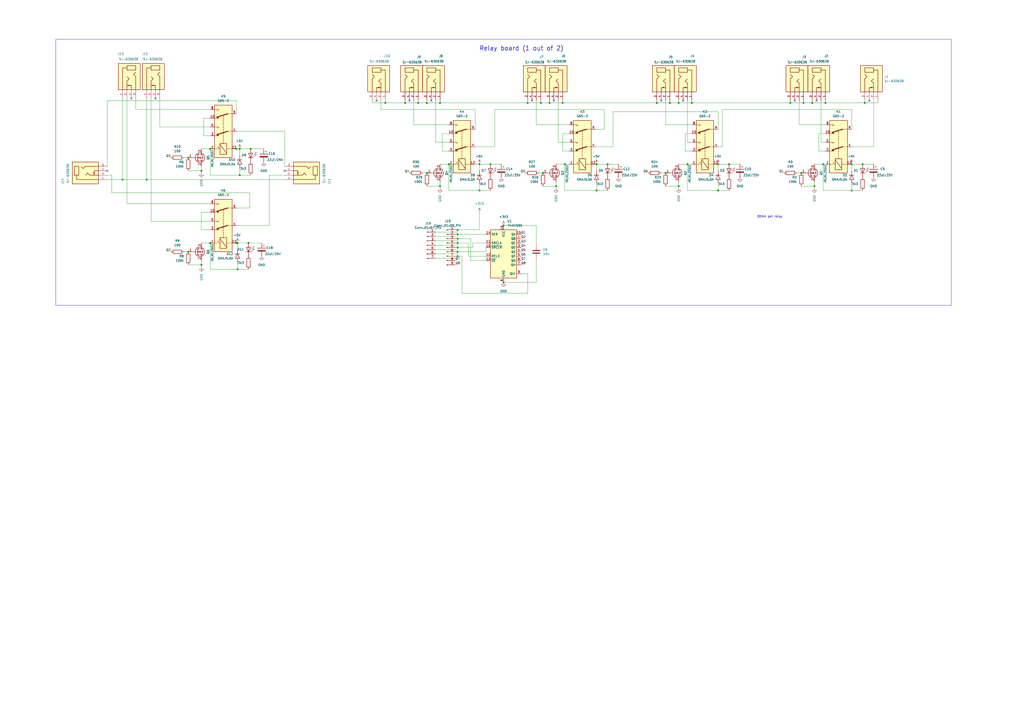
<source format=kicad_sch>
(kicad_sch (version 20250114) (generator "eeschema") (generator_version "9.0")
  (paper "A2")
  (lib_symbols
    (symbol "74xx:74HC595"
      (property "Reference" "U" (at -7.62 13.97 0))
      (property "Value" "74HC595" (at -7.62 -16.51 0))
      (symbol "74HC595_1_0"
        (pin input line (at -10.16 10.16 0) (length 2.54) (name "SER") (number "14"))
        (pin input line (at -10.16 5.08 0) (length 2.54) (name "SRCLK") (number "11"))
        (pin input line (at -10.16 2.54 0) (length 2.54) (name "~{SRCLR}") (number "10"))
        (pin input line (at -10.16 -2.54 0) (length 2.54) (name "RCLK") (number "12"))
        (pin input line (at -10.16 -5.08 0) (length 2.54) (name "~{OE}") (number "13"))
        (pin power_in line (at 0 15.24 270) (length 2.54) (name "VCC") (number "16"))
        (pin power_in line (at 0 -17.78 90) (length 2.54) (name "GND") (number "8"))
        (pin tri_state line (at 10.16 10.16 180) (length 2.54) (name "QA") (number "15"))
        (pin tri_state line (at 10.16 7.62 180) (length 2.54) (name "QB") (number "1"))
        (pin tri_state line (at 10.16 5.08 180) (length 2.54) (name "QC") (number "2"))
        (pin tri_state line (at 10.16 2.54 180) (length 2.54) (name "QD") (number "3"))
        (pin tri_state line (at 10.16 0 180) (length 2.54) (name "QE") (number "4"))
        (pin tri_state line (at 10.16 -2.54 180) (length 2.54) (name "QF") (number "5"))
        (pin tri_state line (at 10.16 -5.08 180) (length 2.54) (name "QG") (number "6"))
        (pin tri_state line (at 10.16 -7.62 180) (length 2.54) (name "QH") (number "7"))
        (pin output line (at 10.16 -12.7 180) (length 2.54) (name "QH'") (number "9"))
      )
    )
    (symbol "Connector:Conn_01x07_Pin" (pin_names (offset 1.016) (hide yes))
      (property "Reference" "J" (at 0 10.16 0))
      (property "Value" "Conn_01x07_Pin" (at 0 -10.16 0))
      (symbol "Conn_01x07_Pin_1_1"
        (pin passive line (at 5.08 7.62 180) (length 3.81) (name "Pin_1") (number "1"))
        (pin passive line (at 5.08 5.08 180) (length 3.81) (name "Pin_2") (number "2"))
        (pin passive line (at 5.08 2.54 180) (length 3.81) (name "Pin_3") (number "3"))
        (pin passive line (at 5.08 0 180) (length 3.81) (name "Pin_4") (number "4"))
        (pin passive line (at 5.08 -2.54 180) (length 3.81) (name "Pin_5") (number "5"))
        (pin passive line (at 5.08 -5.08 180) (length 3.81) (name "Pin_6") (number "6"))
        (pin passive line (at 5.08 -7.62 180) (length 3.81) (name "Pin_7") (number "7"))
      )
    )
    (symbol "Connector:Conn_01x09_Pin" (pin_names (offset 1.016) (hide yes))
      (property "Reference" "J" (at 0 12.7 0))
      (property "Value" "Conn_01x09_Pin" (at 0 -12.7 0))
      (symbol "Conn_01x09_Pin_1_1"
        (pin passive line (at 5.08 10.16 180) (length 3.81) (name "Pin_1") (number "1"))
        (pin passive line (at 5.08 7.62 180) (length 3.81) (name "Pin_2") (number "2"))
        (pin passive line (at 5.08 5.08 180) (length 3.81) (name "Pin_3") (number "3"))
        (pin passive line (at 5.08 2.54 180) (length 3.81) (name "Pin_4") (number "4"))
        (pin passive line (at 5.08 0 180) (length 3.81) (name "Pin_5") (number "5"))
        (pin passive line (at 5.08 -2.54 180) (length 3.81) (name "Pin_6") (number "6"))
        (pin passive line (at 5.08 -5.08 180) (length 3.81) (name "Pin_7") (number "7"))
        (pin passive line (at 5.08 -7.62 180) (length 3.81) (name "Pin_8") (number "8"))
        (pin passive line (at 5.08 -10.16 180) (length 3.81) (name "Pin_9") (number "9"))
      )
    )
    (symbol "Device:C" (pin_numbers (hide yes)) (pin_names (offset 0.254))
      (property "Reference" "C" (at 0.635 2.54 0))
      (property "Value" "C" (at 0.635 -2.54 0))
      (symbol "C_1_1"
        (pin passive line (at 0 3.81 270) (length 2.794) (name "~") (number "1"))
        (pin passive line (at 0 -3.81 90) (length 2.794) (name "~") (number "2"))
      )
    )
    (symbol "Device:C_Polarized" (pin_numbers (hide yes)) (pin_names (offset 0.254))
      (property "Reference" "C" (at 0.635 2.54 0))
      (property "Value" "C_Polarized" (at 0.635 -2.54 0))
      (symbol "C_Polarized_1_1"
        (pin passive line (at 0 3.81 270) (length 2.794) (name "~") (number "1"))
        (pin passive line (at 0 -3.81 90) (length 2.794) (name "~") (number "2"))
      )
    )
    (symbol "Device:R" (pin_numbers (hide yes)) (pin_names (offset 0))
      (property "Reference" "R" (at 2.032 0 90))
      (property "Value" "R" (at 0 0 90))
      (symbol "R_1_1"
        (pin passive line (at 0 3.81 270) (length 1.27) (name "~") (number "1"))
        (pin passive line (at 0 -3.81 90) (length 1.27) (name "~") (number "2"))
      )
    )
    (symbol "Diode:SMAJ5.0A" (pin_numbers (hide yes)) (pin_names (offset 1.016) (hide yes))
      (property "Reference" "D" (at 0 2.54 0))
      (property "Value" "SMAJ5.0A" (at 0 -2.54 0))
      (symbol "SMAJ5.0A_1_1"
        (pin passive line (at -3.81 0 0) (length 2.54) (name "A1") (number "1"))
        (pin passive line (at 3.81 0 180) (length 2.54) (name "A2") (number "2"))
      )
    )
    (symbol "LED:IR204A" (pin_numbers (hide yes)) (pin_names (offset 1.016) (hide yes))
      (property "Reference" "D" (at 0.508 1.778 0))
      (property "Value" "IR204A" (at -1.016 -2.794 0))
      (symbol "IR204A_1_1"
        (pin passive line (at -5.08 0 0) (length 2.54) (name "K") (number "1"))
        (pin passive line (at 2.54 0 180) (length 2.54) (name "A") (number "2"))
      )
    )
    (symbol "Relay:G6S-2"
      (property "Reference" "K" (at 16.51 3.81 0))
      (property "Value" "G6S-2" (at 16.51 1.27 0))
      (symbol "G6S-2_0_0"
        (text "+" (at -9.271 2.921 0) (effects (font (size 1.27 1.27))))
      )
      (symbol "G6S-2_1_1"
        (pin passive line (at -10.16 7.62 270) (length 2.54) (name "~") (number "1"))
        (pin passive line (at -10.16 -7.62 90) (length 2.54) (name "~") (number "12"))
        (pin passive line (at -2.54 7.62 270) (length 2.54) (name "~") (number "3"))
        (pin passive line (at 0 -7.62 90) (length 2.54) (name "~") (number "4"))
        (pin passive line (at 2.54 7.62 270) (length 2.54) (name "~") (number "5"))
        (pin passive line (at 7.62 7.62 270) (length 2.54) (name "~") (number "10"))
        (pin passive line (at 10.16 -7.62 90) (length 2.54) (name "~") (number "9"))
        (pin passive line (at 12.7 7.62 270) (length 2.54) (name "~") (number "8"))
      )
    )
    (symbol "SJ-63063B:SJ-63063B" (pin_names (offset 1.016))
      (property "Reference" "J" (at -7.62 5.842 0))
      (property "Value" "SJ-63063B" (at -7.62 -8.382 0))
      (symbol "SJ-63063B_0_0"
        (pin passive line (at 12.7 2.54 180) (length 5.08) (name "~") (number "1"))
        (pin passive line (at 12.7 0 180) (length 5.08) (name "~") (number "2"))
        (pin passive line (at 12.7 -2.54 180) (length 5.08) (name "~") (number "4"))
        (pin passive line (at 12.7 -5.08 180) (length 5.08) (name "~") (number "3"))
      )
    )
    (symbol "Transistor_FET:IRLML2060" (pin_names (offset 0) (hide yes))
      (property "Reference" "Q" (at 5.08 1.905 0))
      (property "Value" "IRLML2060" (at 5.08 0 0))
      (symbol "IRLML2060_1_1"
        (pin input line (at -5.08 0 0) (length 2.54) (name "G") (number "1"))
        (pin passive line (at 2.54 5.08 270) (length 2.54) (name "D") (number "3"))
        (pin passive line (at 2.54 -5.08 90) (length 2.54) (name "S") (number "2"))
      )
    )
    (symbol "power:+3V3" (power) (pin_numbers (hide yes)) (pin_names (offset 0) (hide yes))
      (property "Value" "+3V3" (at 0 3.556 0))
      (symbol "+3V3_1_1"
        (pin power_in line (at 0 0 90) (length 0) (name "~") (number "1"))
      )
    )
    (symbol "power:+5V" (power) (pin_numbers (hide yes)) (pin_names (offset 0) (hide yes))
      (property "Value" "+5V" (at 0 3.556 0))
      (symbol "+5V_1_1"
        (pin power_in line (at 0 0 90) (length 0) (name "~") (number "1"))
      )
    )
    (symbol "power:GND" (power) (pin_numbers (hide yes)) (pin_names (offset 0) (hide yes))
      (property "Value" "GND" (at 0 -3.81 0))
      (symbol "GND_1_1"
        (pin power_in line (at 0 0 270) (length 0) (name "~") (number "1"))
      )
    )
  )
  (rectangle (start 32.385 22.86) (end 551.815 177.165))
  (text "Relay board (1 out of 2)" (at 302.514 28.194 0) (effects (font (size 2.54 2.54) (thickness 0.254) (bold yes))))
  (text "30mA per relay\n" (at 446.532 125.73 0) (effects (font (size 1.27 1.27))))
  (junction (at 265.43 148.59))
  (junction (at 393.7 59.69))
  (junction (at 284.48 95.25))
  (junction (at 314.96 100.33))
  (junction (at 265.43 138.43))
  (junction (at 278.13 95.25))
  (junction (at 416.56 110.49))
  (junction (at 223.52 59.69))
  (junction (at 116.84 99.06))
  (junction (at 234.95 59.69))
  (junction (at 398.78 95.25))
  (junction (at 352.425 95.25))
  (junction (at 500.38 95.25))
  (junction (at 265.43 135.89))
  (junction (at 278.13 110.49))
  (junction (at 306.07 59.69))
  (junction (at 292.1 130.81))
  (junction (at 144.145 140.97))
  (junction (at 145.415 86.36))
  (junction (at 318.77 59.69))
  (junction (at 121.92 140.97))
  (junction (at 346.075 110.49))
  (junction (at 464.82 100.33))
  (junction (at 494.03 110.49))
  (junction (at 242.57 59.69))
  (junction (at 139.065 101.6))
  (junction (at 393.7 107.95))
  (junction (at 327.66 95.25))
  (junction (at 386.08 100.33))
  (junction (at 137.795 140.97))
  (junction (at 477.52 95.25))
  (junction (at 265.43 140.97))
  (junction (at 322.58 107.95))
  (junction (at 458.47 59.69))
  (junction (at 255.27 107.95))
  (junction (at 255.27 59.69))
  (junction (at 416.56 95.25))
  (junction (at 116.84 153.67))
  (junction (at 501.65 59.69))
  (junction (at 388.62 59.69))
  (junction (at 247.65 100.33))
  (junction (at 326.39 59.69))
  (junction (at 466.09 59.69))
  (junction (at 109.22 146.05))
  (junction (at 478.79 59.69))
  (junction (at 265.43 133.35))
  (junction (at 472.44 107.95))
  (junction (at 471.17 59.69))
  (junction (at 265.43 146.05))
  (junction (at 265.43 143.51))
  (junction (at 292.1 163.83))
  (junction (at 422.91 95.25))
  (junction (at 85.09 104.14))
  (junction (at 109.22 91.44))
  (junction (at 137.16 140.97))
  (junction (at 137.16 86.36))
  (junction (at 247.65 59.69))
  (junction (at 137.795 156.21))
  (junction (at 381 59.69))
  (junction (at 401.32 59.69))
  (junction (at 139.065 86.36))
  (junction (at 121.92 86.36))
  (junction (at 346.075 95.25))
  (junction (at 71.12 104.14))
  (junction (at 260.35 95.25))
  (junction (at 494.03 95.25))
  (junction (at 313.69 59.69))
  (no_connect (at 321.31 58.42))
  (no_connect (at 250.19 58.42))
  (no_connect (at 218.44 58.42))
  (no_connect (at 504.19 58.42))
  (no_connect (at 62.23 99.06))
  (no_connect (at 76.2 57.15))
  (no_connect (at 90.17 57.15))
  (no_connect (at 473.71 58.42))
  (no_connect (at 237.49 58.42))
  (no_connect (at 383.54 58.42))
  (no_connect (at 308.61 58.42))
  (no_connect (at 165.1 99.06))
  (no_connect (at 396.24 58.42))
  (no_connect (at 461.01 58.42))
  (wire (pts (xy 265.43 137.16) (xy 265.43 135.89)))
  (wire (pts (xy 242.57 59.69) (xy 247.65 59.69)))
  (wire (pts (xy 311.15 142.24) (xy 311.15 130.81)))
  (wire (pts (xy 506.73 85.09) (xy 494.03 85.09)))
  (wire (pts (xy 156.21 101.6) (xy 156.21 130.81)))
  (wire (pts (xy 386.08 72.39) (xy 401.32 72.39)))
  (wire (pts (xy 252.73 139.7) (xy 265.43 139.7)))
  (wire (pts (xy 265.43 149.86) (xy 265.43 148.59)))
  (wire (pts (xy 466.09 59.69) (xy 471.17 59.69)))
  (wire (pts (xy 137.16 58.42) (xy 137.16 66.04)))
  (wire (pts (xy 121.92 118.11) (xy 73.66 118.11)))
  (wire (pts (xy 393.7 109.22) (xy 393.7 107.95)))
  (wire (pts (xy 311.15 130.81) (xy 292.1 130.81)))
  (wire (pts (xy 346.075 95.25) (xy 346.075 99.06)))
  (wire (pts (xy 311.15 149.86) (xy 311.15 163.83)))
  (wire (pts (xy 478.79 82.55) (xy 476.25 82.55)))
  (wire (pts (xy 151.765 140.97) (xy 144.145 140.97)))
  (wire (pts (xy 326.39 58.42) (xy 326.39 59.69)))
  (wire (pts (xy 144.145 140.97) (xy 137.795 140.97)))
  (wire (pts (xy 247.65 58.42) (xy 247.65 59.69)))
  (wire (pts (xy 78.74 63.5) (xy 121.92 63.5)))
  (wire (pts (xy 322.58 109.22) (xy 322.58 107.95)))
  (wire (pts (xy 471.17 59.69) (xy 478.79 59.69)))
  (wire (pts (xy 116.84 86.36) (xy 121.92 86.36)))
  (wire (pts (xy 326.39 59.69) (xy 381 59.69)))
  (wire (pts (xy 116.84 133.35) (xy 121.92 133.35)))
  (wire (pts (xy 116.84 153.67) (xy 116.84 151.13)))
  (wire (pts (xy 255.27 109.22) (xy 255.27 107.95)))
  (wire (pts (xy 313.69 59.69) (xy 318.77 59.69)))
  (wire (pts (xy 471.17 58.42) (xy 471.17 59.69)))
  (wire (pts (xy 350.52 74.93) (xy 345.44 74.93)))
  (wire (pts (xy 383.54 100.33) (xy 386.08 100.33)))
  (wire (pts (xy 326.39 87.63) (xy 330.2 87.63)))
  (wire (pts (xy 393.7 58.42) (xy 393.7 59.69)))
  (wire (pts (xy 311.15 163.83) (xy 292.1 163.83)))
  (wire (pts (xy 252.73 137.16) (xy 265.43 137.16)))
  (wire (pts (xy 153.035 86.36) (xy 145.415 86.36)))
  (wire (pts (xy 137.16 76.2) (xy 165.1 76.2)))
  (wire (pts (xy 121.92 156.21) (xy 121.92 140.97)))
  (wire (pts (xy 398.78 58.42) (xy 398.78 82.55)))
  (wire (pts (xy 345.44 85.09) (xy 355.6 85.09)))
  (wire (pts (xy 397.51 77.47) (xy 401.32 77.47)))
  (wire (pts (xy 265.43 139.7) (xy 265.43 138.43)))
  (wire (pts (xy 287.02 85.09) (xy 275.59 85.09)))
  (wire (pts (xy 136.525 140.97) (xy 137.16 140.97)))
  (wire (pts (xy 290.83 95.25) (xy 284.48 95.25)))
  (wire (pts (xy 326.39 77.47) (xy 326.39 87.63)))
  (wire (pts (xy 478.79 95.25) (xy 477.52 95.25)))
  (wire (pts (xy 506.73 58.42) (xy 506.73 85.09)))
  (wire (pts (xy 494.03 106.68) (xy 494.03 110.49)))
  (wire (pts (xy 252.73 134.62) (xy 265.43 134.62)))
  (wire (pts (xy 116.84 99.06) (xy 116.84 96.52)))
  (wire (pts (xy 137.795 152.4) (xy 137.795 156.21)))
  (wire (pts (xy 506.73 95.25) (xy 500.38 95.25)))
  (wire (pts (xy 87.63 128.27) (xy 121.92 128.27)))
  (wire (pts (xy 462.28 100.33) (xy 464.82 100.33)))
  (wire (pts (xy 401.32 82.55) (xy 398.78 82.55)))
  (wire (pts (xy 267.97 148.59) (xy 265.43 148.59)))
  (wire (pts (xy 116.84 154.94) (xy 116.84 153.67)))
  (wire (pts (xy 494.03 95.25) (xy 494.03 99.06)))
  (wire (pts (xy 256.54 77.47) (xy 256.54 87.63)))
  (wire (pts (xy 474.98 87.63) (xy 478.79 87.63)))
  (wire (pts (xy 136.525 86.36) (xy 137.16 86.36)))
  (wire (pts (xy 350.52 63.5) (xy 350.52 74.93)))
  (wire (pts (xy 346.075 95.25) (xy 352.425 95.25)))
  (wire (pts (xy 137.795 156.21) (xy 144.145 156.21)))
  (wire (pts (xy 106.68 91.44) (xy 109.22 91.44)))
  (wire (pts (xy 313.69 58.42) (xy 313.69 59.69)))
  (wire (pts (xy 306.07 59.69) (xy 313.69 59.69)))
  (wire (pts (xy 274.32 143.51) (xy 265.43 143.51)))
  (wire (pts (xy 306.07 158.75) (xy 306.07 170.18)))
  (wire (pts (xy 265.43 146.05) (xy 264.16 146.05)))
  (wire (pts (xy 64.77 111.76) (xy 144.78 111.76)))
  (wire (pts (xy 388.62 59.69) (xy 393.7 59.69)))
  (wire (pts (xy 330.2 95.25) (xy 327.66 95.25)))
  (wire (pts (xy 271.78 140.97) (xy 265.43 140.97)))
  (wire (pts (xy 267.97 170.18) (xy 267.97 148.59)))
  (wire (pts (xy 265.43 135.89) (xy 281.94 135.89)))
  (wire (pts (xy 118.11 68.58) (xy 118.11 78.74)))
  (wire (pts (xy 275.59 63.5) (xy 275.59 74.93)))
  (wire (pts (xy 416.56 64.77) (xy 416.56 74.93)))
  (wire (pts (xy 139.065 97.79) (xy 139.065 101.6)))
  (wire (pts (xy 144.78 120.65) (xy 144.78 111.76)))
  (wire (pts (xy 318.77 58.42) (xy 318.77 59.69)))
  (wire (pts (xy 260.35 110.49) (xy 260.35 95.25)))
  (wire (pts (xy 501.65 59.69) (xy 509.27 59.69)))
  (wire (pts (xy 116.84 100.33) (xy 116.84 99.06)))
  (wire (pts (xy 265.43 142.24) (xy 265.43 140.97)))
  (wire (pts (xy 64.77 111.76) (xy 64.77 101.6)))
  (wire (pts (xy 247.65 59.69) (xy 255.27 59.69)))
  (wire (pts (xy 397.51 87.63) (xy 401.32 87.63)))
  (wire (pts (xy 137.16 86.36) (xy 139.065 86.36)))
  (wire (pts (xy 419.1 85.09) (xy 416.56 85.09)))
  (wire (pts (xy 220.98 63.5) (xy 275.59 63.5)))
  (wire (pts (xy 252.73 149.86) (xy 265.43 149.86)))
  (wire (pts (xy 477.52 110.49) (xy 477.52 95.25)))
  (wire (pts (xy 116.84 99.06) (xy 109.22 99.06)))
  (wire (pts (xy 137.795 140.97) (xy 137.795 144.78)))
  (wire (pts (xy 255.27 107.95) (xy 255.27 105.41)))
  (wire (pts (xy 416.56 64.77) (xy 355.6 64.77)))
  (wire (pts (xy 85.09 57.15) (xy 85.09 104.14)))
  (wire (pts (xy 137.16 130.81) (xy 156.21 130.81)))
  (wire (pts (xy 416.56 95.25) (xy 416.56 99.06)))
  (wire (pts (xy 322.58 107.95) (xy 322.58 105.41)))
  (wire (pts (xy 255.27 58.42) (xy 255.27 59.69)))
  (wire (pts (xy 345.44 95.25) (xy 346.075 95.25)))
  (wire (pts (xy 346.075 110.49) (xy 352.425 110.49)))
  (wire (pts (xy 265.43 144.78) (xy 265.43 143.51)))
  (wire (pts (xy 85.09 104.14) (xy 165.1 104.14)))
  (wire (pts (xy 458.47 58.42) (xy 458.47 59.69)))
  (wire (pts (xy 139.065 86.36) (xy 139.065 90.17)))
  (wire (pts (xy 278.13 95.25) (xy 278.13 99.06)))
  (wire (pts (xy 281.94 140.97) (xy 274.32 140.97)))
  (wire (pts (xy 121.92 101.6) (xy 139.065 101.6)))
  (wire (pts (xy 312.42 100.33) (xy 314.96 100.33)))
  (wire (pts (xy 322.58 95.25) (xy 327.66 95.25)))
  (wire (pts (xy 273.05 151.13) (xy 273.05 138.43)))
  (wire (pts (xy 274.32 140.97) (xy 274.32 143.51)))
  (wire (pts (xy 478.79 58.42) (xy 478.79 59.69)))
  (wire (pts (xy 323.85 58.42) (xy 323.85 82.55)))
  (wire (pts (xy 62.23 58.42) (xy 137.16 58.42)))
  (wire (pts (xy 223.52 58.42) (xy 223.52 59.69)))
  (wire (pts (xy 422.91 95.25) (xy 416.56 95.25)))
  (wire (pts (xy 240.03 72.39) (xy 240.03 58.42)))
  (wire (pts (xy 284.48 95.25) (xy 278.13 95.25)))
  (wire (pts (xy 311.15 72.39) (xy 311.15 58.42)))
  (wire (pts (xy 118.11 68.58) (xy 121.92 68.58)))
  (wire (pts (xy 71.12 57.15) (xy 71.12 104.14)))
  (wire (pts (xy 393.7 107.95) (xy 386.08 107.95)))
  (wire (pts (xy 92.71 73.66) (xy 121.92 73.66)))
  (wire (pts (xy 260.35 72.39) (xy 240.03 72.39)))
  (wire (pts (xy 476.25 58.42) (xy 476.25 82.55)))
  (wire (pts (xy 494.03 63.5) (xy 419.1 63.5)))
  (wire (pts (xy 265.43 140.97) (xy 264.16 140.97)))
  (wire (pts (xy 265.43 133.35) (xy 278.13 133.35)))
  (wire (pts (xy 472.44 107.95) (xy 464.82 107.95)))
  (wire (pts (xy 116.84 123.19) (xy 121.92 123.19)))
  (wire (pts (xy 397.51 77.47) (xy 397.51 87.63)))
  (wire (pts (xy 281.94 143.51) (xy 281.94 146.05)))
  (wire (pts (xy 256.54 87.63) (xy 260.35 87.63)))
  (wire (pts (xy 478.79 72.39) (xy 463.55 72.39)))
  (wire (pts (xy 106.68 146.05) (xy 109.22 146.05)))
  (wire (pts (xy 401.32 59.69) (xy 458.47 59.69)))
  (wire (pts (xy 358.775 95.25) (xy 352.425 95.25)))
  (wire (pts (xy 500.38 110.49) (xy 494.03 110.49)))
  (wire (pts (xy 381 58.42) (xy 381 59.69)))
  (wire (pts (xy 401.32 58.42) (xy 401.32 59.69)))
  (wire (pts (xy 474.98 77.47) (xy 474.98 87.63)))
  (wire (pts (xy 281.94 151.13) (xy 273.05 151.13)))
  (wire (pts (xy 355.6 85.09) (xy 355.6 64.77)))
  (wire (pts (xy 494.03 110.49) (xy 477.52 110.49)))
  (wire (pts (xy 215.9 59.69) (xy 223.52 59.69)))
  (wire (pts (xy 501.65 58.42) (xy 501.65 59.69)))
  (wire (pts (xy 281.94 146.05) (xy 265.43 146.05)))
  (wire (pts (xy 330.2 72.39) (xy 311.15 72.39)))
  (wire (pts (xy 252.73 58.42) (xy 252.73 82.55)))
  (wire (pts (xy 234.95 59.69) (xy 242.57 59.69)))
  (wire (pts (xy 145.415 86.36) (xy 139.065 86.36)))
  (wire (pts (xy 245.11 100.33) (xy 247.65 100.33)))
  (wire (pts (xy 264.16 133.35) (xy 265.43 133.35)))
  (wire (pts (xy 137.16 140.97) (xy 137.795 140.97)))
  (wire (pts (xy 287.02 63.5) (xy 287.02 85.09)))
  (wire (pts (xy 416.56 110.49) (xy 398.78 110.49)))
  (wire (pts (xy 302.26 158.75) (xy 306.07 158.75)))
  (wire (pts (xy 265.43 143.51) (xy 264.16 143.51)))
  (wire (pts (xy 220.98 58.42) (xy 220.98 63.5)))
  (wire (pts (xy 306.07 58.42) (xy 306.07 59.69)))
  (wire (pts (xy 116.84 123.19) (xy 116.84 133.35)))
  (wire (pts (xy 472.44 107.95) (xy 472.44 105.41)))
  (wire (pts (xy 458.47 59.69) (xy 466.09 59.69)))
  (wire (pts (xy 318.77 59.69) (xy 326.39 59.69)))
  (wire (pts (xy 278.13 106.68) (xy 278.13 110.49)))
  (wire (pts (xy 278.13 123.19) (xy 278.13 133.35)))
  (wire (pts (xy 256.54 77.47) (xy 260.35 77.47)))
  (wire (pts (xy 252.73 147.32) (xy 265.43 147.32)))
  (wire (pts (xy 255.27 107.95) (xy 247.65 107.95)))
  (wire (pts (xy 327.66 110.49) (xy 327.66 95.25)))
  (wire (pts (xy 327.66 110.49) (xy 346.075 110.49)))
  (wire (pts (xy 73.66 57.15) (xy 73.66 118.11)))
  (wire (pts (xy 393.7 95.25) (xy 398.78 95.25)))
  (wire (pts (xy 478.79 59.69) (xy 501.65 59.69)))
  (wire (pts (xy 306.07 170.18) (xy 267.97 170.18)))
  (wire (pts (xy 500.38 95.25) (xy 494.03 95.25)))
  (wire (pts (xy 472.44 109.22) (xy 472.44 107.95)))
  (wire (pts (xy 419.1 63.5) (xy 419.1 85.09)))
  (wire (pts (xy 398.78 110.49) (xy 398.78 95.25)))
  (wire (pts (xy 422.91 110.49) (xy 416.56 110.49)))
  (wire (pts (xy 242.57 58.42) (xy 242.57 59.69)))
  (wire (pts (xy 386.08 58.42) (xy 386.08 72.39)))
  (wire (pts (xy 71.12 104.14) (xy 85.09 104.14)))
  (wire (pts (xy 252.73 142.24) (xy 265.43 142.24)))
  (wire (pts (xy 323.85 82.55) (xy 330.2 82.55)))
  (wire (pts (xy 116.84 153.67) (xy 109.22 153.67)))
  (wire (pts (xy 474.98 77.47) (xy 478.79 77.47)))
  (wire (pts (xy 401.32 95.25) (xy 398.78 95.25)))
  (wire (pts (xy 137.795 156.21) (xy 121.92 156.21)))
  (wire (pts (xy 416.56 106.68) (xy 416.56 110.49)))
  (wire (pts (xy 393.7 59.69) (xy 401.32 59.69)))
  (wire (pts (xy 62.23 58.42) (xy 62.23 96.52)))
  (wire (pts (xy 78.74 57.15) (xy 78.74 63.5)))
  (wire (pts (xy 116.84 140.97) (xy 121.92 140.97)))
  (wire (pts (xy 215.9 58.42) (xy 215.9 59.69)))
  (wire (pts (xy 165.1 76.2) (xy 165.1 96.52)))
  (wire (pts (xy 139.065 101.6) (xy 145.415 101.6)))
  (wire (pts (xy 87.63 57.15) (xy 87.63 128.27)))
  (wire (pts (xy 137.16 120.65) (xy 144.78 120.65)))
  (wire (pts (xy 92.71 57.15) (xy 92.71 73.66)))
  (wire (pts (xy 463.55 72.39) (xy 463.55 58.42)))
  (wire (pts (xy 121.92 101.6) (xy 121.92 86.36)))
  (wire (pts (xy 252.73 82.55) (xy 260.35 82.55)))
  (wire (pts (xy 466.09 58.42) (xy 466.09 59.69)))
  (wire (pts (xy 393.7 107.95) (xy 393.7 105.41)))
  (wire (pts (xy 322.58 107.95) (xy 314.96 107.95)))
  (wire (pts (xy 381 59.69) (xy 388.62 59.69)))
  (wire (pts (xy 388.62 58.42) (xy 388.62 59.69)))
  (wire (pts (xy 494.03 63.5) (xy 494.03 74.93)))
  (wire (pts (xy 265.43 138.43) (xy 264.16 138.43)))
  (wire (pts (xy 265.43 148.59) (xy 264.16 148.59)))
  (wire (pts (xy 118.11 78.74) (xy 121.92 78.74)))
  (wire (pts (xy 255.27 95.25) (xy 260.35 95.25)))
  (wire (pts (xy 275.59 95.25) (xy 278.13 95.25)))
  (wire (pts (xy 429.26 95.25) (xy 422.91 95.25)))
  (wire (pts (xy 255.27 59.69) (xy 306.07 59.69)))
  (wire (pts (xy 62.23 104.14) (xy 71.12 104.14)))
  (wire (pts (xy 326.39 77.47) (xy 330.2 77.47)))
  (wire (pts (xy 271.78 148.59) (xy 271.78 140.97)))
  (wire (pts (xy 234.95 58.42) (xy 234.95 59.69)))
  (wire (pts (xy 223.52 59.69) (xy 234.95 59.69)))
  (wire (pts (xy 273.05 138.43) (xy 265.43 138.43)))
  (wire (pts (xy 346.075 106.68) (xy 346.075 110.49)))
  (wire (pts (xy 509.27 58.42) (xy 509.27 59.69)))
  (wire (pts (xy 265.43 134.62) (xy 265.43 133.35)))
  (wire (pts (xy 156.21 101.6) (xy 165.1 101.6)))
  (wire (pts (xy 252.73 144.78) (xy 265.43 144.78)))
  (wire (pts (xy 472.44 95.25) (xy 477.52 95.25)))
  (wire (pts (xy 284.48 110.49) (xy 278.13 110.49)))
  (wire (pts (xy 265.43 147.32) (xy 265.43 146.05)))
  (wire (pts (xy 350.52 63.5) (xy 287.02 63.5)))
  (wire (pts (xy 281.94 148.59) (xy 271.78 148.59)))
  (wire (pts (xy 264.16 135.89) (xy 265.43 135.89)))
  (wire (pts (xy 62.23 101.6) (xy 64.77 101.6)))
  (wire (pts (xy 278.13 110.49) (xy 260.35 110.49)))
  (label "Q7" (at 264.16 151.13 0))
  (label "Q5" (at 302.26 146.05 0))
  (label "Q4" (at 237.49 100.33 180))
  (label "Q6" (at 302.26 148.59 0))
  (label "Q8" (at 302.26 153.67 0))
  (label "Q8" (at 264.16 153.67 0))
  (label "Q2" (at 302.26 138.43 0))
  (label "Q3" (at 99.06 91.44 180))
  (label "Q5" (at 304.8 100.33 180))
  (label "Q6" (at 375.92 100.33 180))
  (label "Q4" (at 302.26 143.51 0))
  (label "Q1" (at 302.26 135.89 0))
  (label "Q2" (at 99.06 146.05 180))
  (label "Q3" (at 302.26 140.97 0))
  (label "Q1" (at 454.66 100.33 180))
  (label "Q7" (at 302.26 151.13 0))
  (symbol (lib_id "Transistor_FET:IRLML2060") (at 391.16 100.33 0) (unit 1)
    (property "Reference" "Q2" (at 397.51 100.33 90))
    (property "Value" "IRLML2502" (at 400.05 100.838 90))
    (property "Footprint" "Package_TO_SOT_SMD:SOT-23" (effects (hide yes)))
    (property "Datasheet" "https://www.infineon.com/dgdl/irlml2060pbf.pdf?fileId=5546d462533600a401535664b7fb25ee" (effects (hide yes)))
    (property "Description" "1.2A Id, 60V Vds, 480mOhm Rds, N-Channel HEXFET Power MOSFET, SOT-23" (effects (hide yes)))
  )
  (symbol (lib_id "Diode:SMAJ5.0A") (at 139.065 93.98 90) (mirror x) (unit 1)
    (property "Reference" "D10" (at 136.525 92.7099 90) (effects (justify left)))
    (property "Value" "SMAJ5.0A" (at 136.525 95.2499 90) (effects (justify left)))
    (property "Footprint" "Diode_SMD:D_SMA" (effects (hide yes)))
    (property "Datasheet" "https://www.littelfuse.com/media?resourcetype=datasheets&itemid=75e32973-b177-4ee3-a0ff-cedaf1abdb93&filename=smaj-datasheet" (effects (hide yes)))
    (property "Description" "400W unidirectional Transient Voltage Suppressor, 5.0Vr, SMA(DO-214AC)" (effects (hide yes)))
  )
  (symbol (lib_id "SJ-63063B:SJ-63063B") (at 252.73 45.72 270) (unit 1)
    (property "Reference" "J8" (at 254.508 32.512 90) (effects (justify left)))
    (property "Value" "SJ-63063B" (at 246.126 35.56 90) (effects (justify left)))
    (property "Footprint" "Audio:CUI_SJ-63063B" (effects (hide yes)))
    (property "MF" "Same Sky" (effects (hide yes)))
    (property "MAXIMUM_PACKAGE_HEIGHT" "12.5mm" (effects (hide yes)))
    (property "Package" "None" (effects (hide yes)))
    (property "Price" "None" (effects (hide yes)))
    (property "Check_prices" "https://www.snapeda.com/parts/SJ-63063B/Same+Sky/view-part/?ref=eda" (effects (hide yes)))
    (property "STANDARD" "Manufacturer Recommendations" (effects (hide yes)))
    (property "PARTREV" "1.0" (effects (hide yes)))
    (property "SnapEDA_Link" "https://www.snapeda.com/parts/SJ-63063B/Same+Sky/view-part/?ref=snap" (effects (hide yes)))
    (property "MP" "SJ-63063B" (effects (hide yes)))
    (property "Description_1" "6.35 mm, Stereo, Right Angle, Through Hole, 3 Conductors, 1 Internal Tip Switch, Audio Jack Connector" (effects (hide yes)))
    (property "Availability" "In Stock" (effects (hide yes)))
    (property "MANUFACTURER" "CUI Devices" (effects (hide yes)))
  )
  (symbol (lib_id "power:GND") (at 153.035 93.98 0) (mirror y) (unit 1)
    (property "Reference" "#PWR014" (effects (hide yes)))
    (property "Value" "GND" (at 153.035 99.06 0))
    (property "Description" "Power symbol creates a global label with name \"GND\" , ground" (effects (hide yes)))
  )
  (symbol (lib_id "Device:R") (at 352.425 106.68 0) (mirror y) (unit 1)
    (property "Reference" "R25" (effects (hide yes)))
    (property "Value" "3k3" (at 349.885 106.6799 0) (effects (justify left)))
    (property "Footprint" "Resistor_SMD:R_0603_1608Metric_Pad0.98x0.95mm_HandSolder" (effects (hide yes)))
    (property "Description" "Resistor" (effects (hide yes)))
  )
  (symbol (lib_id "SJ-63063B:SJ-63063B") (at 386.08 45.72 270) (unit 1)
    (property "Reference" "J5" (at 387.858 33.02 90) (effects (justify left)))
    (property "Value" "SJ-63063B" (at 379.476 36.068 90) (effects (justify left)))
    (property "Footprint" "Audio:CUI_SJ-63063B" (effects (hide yes)))
    (property "MF" "Same Sky" (effects (hide yes)))
    (property "MAXIMUM_PACKAGE_HEIGHT" "12.5mm" (effects (hide yes)))
    (property "Package" "None" (effects (hide yes)))
    (property "Price" "None" (effects (hide yes)))
    (property "Check_prices" "https://www.snapeda.com/parts/SJ-63063B/Same+Sky/view-part/?ref=eda" (effects (hide yes)))
    (property "STANDARD" "Manufacturer Recommendations" (effects (hide yes)))
    (property "PARTREV" "1.0" (effects (hide yes)))
    (property "SnapEDA_Link" "https://www.snapeda.com/parts/SJ-63063B/Same+Sky/view-part/?ref=snap" (effects (hide yes)))
    (property "MP" "SJ-63063B" (effects (hide yes)))
    (property "Description_1" "6.35 mm, Stereo, Right Angle, Through Hole, 3 Conductors, 1 Internal Tip Switch, Audio Jack Connector" (effects (hide yes)))
    (property "Availability" "In Stock" (effects (hide yes)))
    (property "MANUFACTURER" "CUI Devices" (effects (hide yes)))
  )
  (symbol (lib_id "SJ-63063B:SJ-63063B") (at 240.03 45.72 270) (unit 1)
    (property "Reference" "J9" (at 241.808 33.02 90) (effects (justify left)))
    (property "Value" "SJ-63063B" (at 233.426 36.068 90) (effects (justify left)))
    (property "Footprint" "Audio:CUI_SJ-63063B" (effects (hide yes)))
    (property "MF" "Same Sky" (effects (hide yes)))
    (property "MAXIMUM_PACKAGE_HEIGHT" "12.5mm" (effects (hide yes)))
    (property "Package" "None" (effects (hide yes)))
    (property "Price" "None" (effects (hide yes)))
    (property "Check_prices" "https://www.snapeda.com/parts/SJ-63063B/Same+Sky/view-part/?ref=eda" (effects (hide yes)))
    (property "STANDARD" "Manufacturer Recommendations" (effects (hide yes)))
    (property "PARTREV" "1.0" (effects (hide yes)))
    (property "SnapEDA_Link" "https://www.snapeda.com/parts/SJ-63063B/Same+Sky/view-part/?ref=snap" (effects (hide yes)))
    (property "MP" "SJ-63063B" (effects (hide yes)))
    (property "Description_1" "6.35 mm, Stereo, Right Angle, Through Hole, 3 Conductors, 1 Internal Tip Switch, Audio Jack Connector" (effects (hide yes)))
    (property "Availability" "In Stock" (effects (hide yes)))
    (property "MANUFACTURER" "CUI Devices" (effects (hide yes)))
  )
  (symbol (lib_id "SJ-63063B:SJ-63063B") (at 311.15 45.72 270) (unit 1)
    (property "Reference" "J7" (at 312.928 33.02 90) (effects (justify left)))
    (property "Value" "SJ-63063B" (at 304.546 36.068 90) (effects (justify left)))
    (property "Footprint" "Audio:CUI_SJ-63063B" (effects (hide yes)))
    (property "MF" "Same Sky" (effects (hide yes)))
    (property "MAXIMUM_PACKAGE_HEIGHT" "12.5mm" (effects (hide yes)))
    (property "Package" "None" (effects (hide yes)))
    (property "Price" "None" (effects (hide yes)))
    (property "Check_prices" "https://www.snapeda.com/parts/SJ-63063B/Same+Sky/view-part/?ref=eda" (effects (hide yes)))
    (property "STANDARD" "Manufacturer Recommendations" (effects (hide yes)))
    (property "PARTREV" "1.0" (effects (hide yes)))
    (property "SnapEDA_Link" "https://www.snapeda.com/parts/SJ-63063B/Same+Sky/view-part/?ref=snap" (effects (hide yes)))
    (property "MP" "SJ-63063B" (effects (hide yes)))
    (property "Description_1" "6.35 mm, Stereo, Right Angle, Through Hole, 3 Conductors, 1 Internal Tip Switch, Audio Jack Connector" (effects (hide yes)))
    (property "Availability" "In Stock" (effects (hide yes)))
    (property "MANUFACTURER" "CUI Devices" (effects (hide yes)))
  )
  (symbol (lib_id "Diode:SMAJ5.0A") (at 137.795 148.59 90) (mirror x) (unit 1)
    (property "Reference" "D12" (at 135.255 147.3199 90) (effects (justify left)))
    (property "Value" "SMAJ5.0A" (at 135.255 149.8599 90) (effects (justify left)))
    (property "Footprint" "Diode_SMD:D_SMA" (effects (hide yes)))
    (property "Datasheet" "https://www.littelfuse.com/media?resourcetype=datasheets&itemid=75e32973-b177-4ee3-a0ff-cedaf1abdb93&filename=smaj-datasheet" (effects (hide yes)))
    (property "Description" "400W unidirectional Transient Voltage Suppressor, 5.0Vr, SMA(DO-214AC)" (effects (hide yes)))
  )
  (symbol (lib_id "Device:R") (at 386.08 104.14 0) (mirror y) (unit 1)
    (property "Reference" "R23" (at 383.54 102.8699 0) (effects (justify left)))
    (property "Value" "100k" (at 383.54 105.4099 0) (effects (justify left)))
    (property "Footprint" "Resistor_SMD:R_0603_1608Metric_Pad0.98x0.95mm_HandSolder" (effects (hide yes)))
    (property "Description" "Resistor" (effects (hide yes)))
  )
  (symbol (lib_id "SJ-63063B:SJ-63063B") (at 87.63 44.45 90) (mirror x) (unit 1)
    (property "Reference" "J12" (at 85.852 31.242 90) (effects (justify left)))
    (property "Value" "SJ-63063B" (at 94.234 34.29 90) (effects (justify left)))
    (property "Footprint" "Audio:CUI_SJ-63063B" (effects (hide yes)))
    (property "MF" "Same Sky" (effects (hide yes)))
    (property "MAXIMUM_PACKAGE_HEIGHT" "12.5mm" (effects (hide yes)))
    (property "Package" "None" (effects (hide yes)))
    (property "Price" "None" (effects (hide yes)))
    (property "Check_prices" "https://www.snapeda.com/parts/SJ-63063B/Same+Sky/view-part/?ref=eda" (effects (hide yes)))
    (property "STANDARD" "Manufacturer Recommendations" (effects (hide yes)))
    (property "PARTREV" "1.0" (effects (hide yes)))
    (property "SnapEDA_Link" "https://www.snapeda.com/parts/SJ-63063B/Same+Sky/view-part/?ref=snap" (effects (hide yes)))
    (property "MP" "SJ-63063B" (effects (hide yes)))
    (property "Description_1" "6.35 mm, Stereo, Right Angle, Through Hole, 3 Conductors, 1 Internal Tip Switch, Audio Jack Connector" (effects (hide yes)))
    (property "Availability" "In Stock" (effects (hide yes)))
    (property "MANUFACTURER" "CUI Devices" (effects (hide yes)))
  )
  (symbol (lib_id "Device:R") (at 102.87 146.05 270) (mirror x) (unit 1)
    (property "Reference" "R9" (at 102.87 139.7 90))
    (property "Value" "100" (at 102.87 142.24 90))
    (property "Footprint" "Resistor_SMD:R_0603_1608Metric_Pad0.98x0.95mm_HandSolder" (effects (hide yes)))
    (property "Description" "Resistor" (effects (hide yes)))
  )
  (symbol (lib_id "Transistor_FET:IRLML2060") (at 114.3 146.05 0) (unit 1)
    (property "Reference" "Q6" (at 120.65 146.05 90))
    (property "Value" "IRLML2502" (at 123.19 146.558 90))
    (property "Footprint" "Package_TO_SOT_SMD:SOT-23" (effects (hide yes)))
    (property "Datasheet" "https://www.infineon.com/dgdl/irlml2060pbf.pdf?fileId=5546d462533600a401535664b7fb25ee" (effects (hide yes)))
    (property "Description" "1.2A Id, 60V Vds, 480mOhm Rds, N-Channel HEXFET Power MOSFET, SOT-23" (effects (hide yes)))
  )
  (symbol (lib_id "Device:R") (at 284.48 106.68 0) (mirror y) (unit 1)
    (property "Reference" "R28" (effects (hide yes)))
    (property "Value" "3k3" (at 281.94 106.6799 0) (effects (justify left)))
    (property "Footprint" "Resistor_SMD:R_0603_1608Metric_Pad0.98x0.95mm_HandSolder" (effects (hide yes)))
    (property "Description" "Resistor" (effects (hide yes)))
  )
  (symbol (lib_id "Device:C_Polarized") (at 358.775 99.06 0) (mirror y) (unit 1)
    (property "Reference" "C12" (at 365.379 98.044 0) (effects (justify left)))
    (property "Value" "22uf/25V" (at 369.951 101.6 0) (effects (justify left)))
    (property "Footprint" "Capacitor_THT:CP_Radial_D6.3mm_P2.50mm" (effects (hide yes)))
    (property "Description" "Polarized capacitor" (effects (hide yes)))
  )
  (symbol (lib_id "power:+3V3") (at 278.13 123.19 0) (unit 1)
    (property "Reference" "#PWR050" (effects (hide yes)))
    (property "Value" "+3V3" (at 278.13 118.11 0))
    (property "Description" "Power symbol creates a global label with name \"+3V3\"" (effects (hide yes)))
  )
  (symbol (lib_id "Device:R") (at 314.96 104.14 0) (mirror y) (unit 1)
    (property "Reference" "R26" (at 312.42 102.8699 0) (effects (justify left)))
    (property "Value" "100k" (at 312.42 105.4099 0) (effects (justify left)))
    (property "Footprint" "Resistor_SMD:R_0603_1608Metric_Pad0.98x0.95mm_HandSolder" (effects (hide yes)))
    (property "Description" "Resistor" (effects (hide yes)))
  )
  (symbol (lib_id "power:GND") (at 290.83 102.87 0) (mirror y) (unit 1)
    (property "Reference" "#PWR011" (effects (hide yes)))
    (property "Value" "GND" (at 290.83 107.95 0))
    (property "Description" "Power symbol creates a global label with name \"GND\" , ground" (effects (hide yes)))
  )
  (symbol (lib_id "Device:C_Polarized") (at 429.26 99.06 0) (mirror y) (unit 1)
    (property "Reference" "C10" (at 435.864 98.044 0) (effects (justify left)))
    (property "Value" "22uf/25V" (at 440.436 101.6 0) (effects (justify left)))
    (property "Footprint" "Capacitor_THT:CP_Radial_D6.3mm_P2.50mm" (effects (hide yes)))
    (property "Description" "Polarized capacitor" (effects (hide yes)))
  )
  (symbol (lib_id "Transistor_FET:IRLML2060") (at 469.9 100.33 0) (unit 1)
    (property "Reference" "Q1" (at 476.25 100.33 90))
    (property "Value" "IRLML2502" (at 478.79 100.838 90))
    (property "Footprint" "Package_TO_SOT_SMD:SOT-23" (effects (hide yes)))
    (property "Datasheet" "https://www.infineon.com/dgdl/irlml2060pbf.pdf?fileId=5546d462533600a401535664b7fb25ee" (effects (hide yes)))
    (property "Description" "1.2A Id, 60V Vds, 480mOhm Rds, N-Channel HEXFET Power MOSFET, SOT-23" (effects (hide yes)))
  )
  (symbol (lib_id "Device:C_Polarized") (at 290.83 99.06 0) (mirror y) (unit 1)
    (property "Reference" "C14" (at 297.434 98.044 0) (effects (justify left)))
    (property "Value" "22uf/25V" (at 302.006 101.6 0) (effects (justify left)))
    (property "Footprint" "Capacitor_THT:CP_Radial_D6.3mm_P2.50mm" (effects (hide yes)))
    (property "Description" "Polarized capacitor" (effects (hide yes)))
  )
  (symbol (lib_id "power:GND") (at 151.765 148.59 0) (mirror y) (unit 1)
    (property "Reference" "#PWR017" (effects (hide yes)))
    (property "Value" "GND" (at 151.765 153.67 0))
    (property "Description" "Power symbol creates a global label with name \"GND\" , ground" (effects (hide yes)))
  )
  (symbol (lib_id "power:GND") (at 506.73 102.87 0) (mirror y) (unit 1)
    (property "Reference" "#PWR047" (effects (hide yes)))
    (property "Value" "GND" (at 506.73 107.95 0))
    (property "Description" "Power symbol creates a global label with name \"GND\" , ground" (effects (hide yes)))
  )
  (symbol (lib_id "power:+5V") (at 494.03 95.25 0) (mirror y) (unit 1)
    (property "Reference" "#PWR03" (effects (hide yes)))
    (property "Value" "+5V" (at 493.776 90.678 0))
    (property "Description" "Power symbol creates a global label with name \"+5V\"" (effects (hide yes)))
  )
  (symbol (lib_id "Device:C_Polarized") (at 151.765 144.78 0) (mirror y) (unit 1)
    (property "Reference" "C18" (at 158.369 143.764 0) (effects (justify left)))
    (property "Value" "22uf/25V" (at 162.941 147.32 0) (effects (justify left)))
    (property "Footprint" "Capacitor_THT:CP_Radial_D6.3mm_P2.50mm" (effects (hide yes)))
    (property "Description" "Polarized capacitor" (effects (hide yes)))
  )
  (symbol (lib_id "SJ-63063B:SJ-63063B") (at 506.73 45.72 270) (unit 1)
    (property "Reference" "J1" (at 513.08 44.4499 90) (effects (justify left)))
    (property "Value" "SJ-63063B" (at 513.08 46.9899 90) (effects (justify left)))
    (property "Footprint" "Audio:CUI_SJ-63063B" (effects (hide yes)))
    (property "MF" "Same Sky" (effects (hide yes)))
    (property "MAXIMUM_PACKAGE_HEIGHT" "12.5mm" (effects (hide yes)))
    (property "Package" "None" (effects (hide yes)))
    (property "Price" "None" (effects (hide yes)))
    (property "Check_prices" "https://www.snapeda.com/parts/SJ-63063B/Same+Sky/view-part/?ref=eda" (effects (hide yes)))
    (property "STANDARD" "Manufacturer Recommendations" (effects (hide yes)))
    (property "PARTREV" "1.0" (effects (hide yes)))
    (property "SnapEDA_Link" "https://www.snapeda.com/parts/SJ-63063B/Same+Sky/view-part/?ref=snap" (effects (hide yes)))
    (property "MP" "SJ-63063B" (effects (hide yes)))
    (property "Description_1" "6.35 mm, Stereo, Right Angle, Through Hole, 3 Conductors, 1 Internal Tip Switch, Audio Jack Connector" (effects (hide yes)))
    (property "Availability" "In Stock" (effects (hide yes)))
    (property "MANUFACTURER" "CUI Devices" (effects (hide yes)))
  )
  (symbol (lib_id "Device:R") (at 102.87 91.44 270) (mirror x) (unit 1)
    (property "Reference" "R10" (at 102.87 85.09 90))
    (property "Value" "100" (at 102.87 87.63 90))
    (property "Footprint" "Resistor_SMD:R_0603_1608Metric_Pad0.98x0.95mm_HandSolder" (effects (hide yes)))
    (property "Description" "Resistor" (effects (hide yes)))
  )
  (symbol (lib_id "SJ-63063B:SJ-63063B") (at 177.8 101.6 180) (unit 1)
    (property "Reference" "J11" (at 191.008 103.378 90) (effects (justify left)))
    (property "Value" "SJ-63063B" (at 187.96 94.996 90) (effects (justify left)))
    (property "Footprint" "Audio:CUI_SJ-63063B" (effects (hide yes)))
    (property "MF" "Same Sky" (effects (hide yes)))
    (property "MAXIMUM_PACKAGE_HEIGHT" "12.5mm" (effects (hide yes)))
    (property "Package" "None" (effects (hide yes)))
    (property "Price" "None" (effects (hide yes)))
    (property "Check_prices" "https://www.snapeda.com/parts/SJ-63063B/Same+Sky/view-part/?ref=eda" (effects (hide yes)))
    (property "STANDARD" "Manufacturer Recommendations" (effects (hide yes)))
    (property "PARTREV" "1.0" (effects (hide yes)))
    (property "SnapEDA_Link" "https://www.snapeda.com/parts/SJ-63063B/Same+Sky/view-part/?ref=snap" (effects (hide yes)))
    (property "MP" "SJ-63063B" (effects (hide yes)))
    (property "Description_1" "6.35 mm, Stereo, Right Angle, Through Hole, 3 Conductors, 1 Internal Tip Switch, Audio Jack Connector" (effects (hide yes)))
    (property "Availability" "In Stock" (effects (hide yes)))
    (property "MANUFACTURER" "CUI Devices" (effects (hide yes)))
  )
  (symbol (lib_id "SJ-63063B:SJ-63063B") (at 463.55 45.72 270) (unit 1)
    (property "Reference" "J3" (at 465.328 33.02 90) (effects (justify left)))
    (property "Value" "SJ-63063B" (at 456.946 36.068 90) (effects (justify left)))
    (property "Footprint" "Audio:CUI_SJ-63063B" (effects (hide yes)))
    (property "MF" "Same Sky" (effects (hide yes)))
    (property "MAXIMUM_PACKAGE_HEIGHT" "12.5mm" (effects (hide yes)))
    (property "Package" "None" (effects (hide yes)))
    (property "Price" "None" (effects (hide yes)))
    (property "Check_prices" "https://www.snapeda.com/parts/SJ-63063B/Same+Sky/view-part/?ref=eda" (effects (hide yes)))
    (property "STANDARD" "Manufacturer Recommendations" (effects (hide yes)))
    (property "PARTREV" "1.0" (effects (hide yes)))
    (property "SnapEDA_Link" "https://www.snapeda.com/parts/SJ-63063B/Same+Sky/view-part/?ref=snap" (effects (hide yes)))
    (property "MP" "SJ-63063B" (effects (hide yes)))
    (property "Description_1" "6.35 mm, Stereo, Right Angle, Through Hole, 3 Conductors, 1 Internal Tip Switch, Audio Jack Connector" (effects (hide yes)))
    (property "Availability" "In Stock" (effects (hide yes)))
    (property "MANUFACTURER" "CUI Devices" (effects (hide yes)))
  )
  (symbol (lib_id "Connector:Conn_01x09_Pin") (at 259.08 143.51 0) (unit 1)
    (property "Reference" "J19" (at 259.715 128.27 0))
    (property "Value" "Conn_01x09_Pin" (at 259.715 130.81 0))
    (property "Footprint" "Connector_PinHeader_2.54mm:PinHeader_1x09_P2.54mm_Vertical" (effects (hide yes)))
    (property "Description" "Generic connector, single row, 01x09, script generated" (effects (hide yes)))
  )
  (symbol (lib_id "Device:R") (at 500.38 106.68 0) (mirror y) (unit 1)
    (property "Reference" "R1" (effects (hide yes)))
    (property "Value" "3k3" (at 497.84 106.6799 0) (effects (justify left)))
    (property "Footprint" "Resistor_SMD:R_0603_1608Metric_Pad0.98x0.95mm_HandSolder" (effects (hide yes)))
    (property "Description" "Resistor" (effects (hide yes)))
  )
  (symbol (lib_id "Device:R") (at 109.22 149.86 0) (mirror y) (unit 1)
    (property "Reference" "R8" (at 106.68 148.5899 0) (effects (justify left)))
    (property "Value" "100k" (at 106.68 151.1299 0) (effects (justify left)))
    (property "Footprint" "Resistor_SMD:R_0603_1608Metric_Pad0.98x0.95mm_HandSolder" (effects (hide yes)))
    (property "Description" "Resistor" (effects (hide yes)))
  )
  (symbol (lib_id "Device:R") (at 464.82 104.14 0) (mirror y) (unit 1)
    (property "Reference" "R2" (at 462.28 102.8699 0) (effects (justify left)))
    (property "Value" "100k" (at 462.28 105.4099 0) (effects (justify left)))
    (property "Footprint" "Resistor_SMD:R_0603_1608Metric_Pad0.98x0.95mm_HandSolder" (effects (hide yes)))
    (property "Description" "Resistor" (effects (hide yes)))
  )
  (symbol (lib_id "Transistor_FET:IRLML2060") (at 252.73 100.33 0) (unit 1)
    (property "Reference" "Q4" (at 259.08 100.33 90))
    (property "Value" "IRLML2502" (at 261.62 100.838 90))
    (property "Footprint" "Package_TO_SOT_SMD:SOT-23" (effects (hide yes)))
    (property "Datasheet" "https://www.infineon.com/dgdl/irlml2060pbf.pdf?fileId=5546d462533600a401535664b7fb25ee" (effects (hide yes)))
    (property "Description" "1.2A Id, 60V Vds, 480mOhm Rds, N-Channel HEXFET Power MOSFET, SOT-23" (effects (hide yes)))
  )
  (symbol (lib_id "Diode:SMAJ5.0A") (at 278.13 102.87 90) (mirror x) (unit 1)
    (property "Reference" "D8" (at 275.59 101.5999 90) (effects (justify left)))
    (property "Value" "SMAJ5.0A" (at 275.59 104.1399 90) (effects (justify left)))
    (property "Footprint" "Diode_SMD:D_SMA" (effects (hide yes)))
    (property "Datasheet" "https://www.littelfuse.com/media?resourcetype=datasheets&itemid=75e32973-b177-4ee3-a0ff-cedaf1abdb93&filename=smaj-datasheet" (effects (hide yes)))
    (property "Description" "400W unidirectional Transient Voltage Suppressor, 5.0Vr, SMA(DO-214AC)" (effects (hide yes)))
  )
  (symbol (lib_id "power:GND") (at 393.7 109.22 0) (unit 1)
    (property "Reference" "#PWR07" (effects (hide yes)))
    (property "Value" "GND" (at 393.6999 113.03 90) (effects (justify right)))
    (property "Description" "Power symbol creates a global label with name \"GND\" , ground" (effects (hide yes)))
  )
  (symbol (lib_id "Device:C") (at 311.15 146.05 0) (unit 1)
    (property "Reference" "C6" (at 314.96 144.7799 0) (effects (justify left)))
    (property "Value" "104" (at 314.96 147.3199 0) (effects (justify left)))
    (property "Footprint" "Capacitor_SMD:C_0603_1608Metric_Pad1.08x0.95mm_HandSolder" (effects (hide yes)))
    (property "Description" "Unpolarized capacitor" (effects (hide yes)))
  )
  (symbol (lib_id "74xx:74HC595") (at 292.1 146.05 0) (unit 1)
    (property "Reference" "U1" (at 294.2433 128.27 0) (effects (justify left)))
    (property "Value" "74HC595" (at 294.2433 130.81 0) (effects (justify left)))
    (property "Footprint" "Package_DIP:DIP-16_W10.16mm" (effects (hide yes)))
    (property "Datasheet" "http://www.ti.com/lit/ds/symlink/sn74hc595.pdf" (effects (hide yes)))
    (property "Description" "8-bit serial in/out Shift Register 3-State Outputs" (effects (hide yes)))
  )
  (symbol (lib_id "LED:IR204A") (at 500.38 97.79 270) (mirror x) (unit 1)
    (property "Reference" "D1" (at 497.84 98.9329 90) (effects (justify right)))
    (property "Value" "IR204A" (effects (hide yes)))
    (property "Footprint" "LED_THT:LED_D3.0mm_IRBlack" (effects (hide yes)))
    (property "Datasheet" "http://www.everlight.com/file/ProductFile/IR204-A.pdf" (effects (hide yes)))
    (property "Description" "Infrared LED , 3mm LED package" (effects (hide yes)))
  )
  (symbol (lib_id "power:GND") (at 429.26 102.87 0) (mirror y) (unit 1)
    (property "Reference" "#PWR05" (effects (hide yes)))
    (property "Value" "GND" (at 429.26 107.95 0))
    (property "Description" "Power symbol creates a global label with name \"GND\" , ground" (effects (hide yes)))
  )
  (symbol (lib_id "Diode:SMAJ5.0A") (at 346.075 102.87 90) (mirror x) (unit 1)
    (property "Reference" "D6" (at 343.535 101.5999 90) (effects (justify left)))
    (property "Value" "SMAJ5.0A" (at 343.535 104.1399 90) (effects (justify left)))
    (property "Footprint" "Diode_SMD:D_SMA" (effects (hide yes)))
    (property "Datasheet" "https://www.littelfuse.com/media?resourcetype=datasheets&itemid=75e32973-b177-4ee3-a0ff-cedaf1abdb93&filename=smaj-datasheet" (effects (hide yes)))
    (property "Description" "400W unidirectional Transient Voltage Suppressor, 5.0Vr, SMA(DO-214AC)" (effects (hide yes)))
  )
  (symbol (lib_id "LED:IR204A") (at 144.145 143.51 270) (mirror x) (unit 1)
    (property "Reference" "D11" (at 141.605 144.6529 90) (effects (justify right)))
    (property "Value" "IR204A" (effects (hide yes)))
    (property "Footprint" "LED_THT:LED_D3.0mm_IRBlack" (effects (hide yes)))
    (property "Datasheet" "http://www.everlight.com/file/ProductFile/IR204-A.pdf" (effects (hide yes)))
    (property "Description" "Infrared LED , 3mm LED package" (effects (hide yes)))
  )
  (symbol (lib_id "power:+3V3") (at 292.1 130.81 0) (unit 1)
    (property "Reference" "#PWR01" (effects (hide yes)))
    (property "Value" "+3V3" (at 292.1 125.73 0))
    (property "Description" "Power symbol creates a global label with name \"+3V3\"" (effects (hide yes)))
  )
  (symbol (lib_id "power:+5V") (at 416.56 95.25 0) (mirror y) (unit 1)
    (property "Reference" "#PWR06" (effects (hide yes)))
    (property "Value" "+5V" (at 416.306 90.678 0))
    (property "Description" "Power symbol creates a global label with name \"+5V\"" (effects (hide yes)))
  )
  (symbol (lib_id "Relay:G6S-2") (at 408.94 85.09 90) (unit 1)
    (property "Reference" "K2" (at 408.94 64.77 90))
    (property "Value" "G6S-2" (at 408.94 67.31 90))
    (property "Footprint" "Relay_THT:Relay_DPDT_Omron_G6S-2" (effects (hide yes)))
    (property "Datasheet" "http://omronfs.omron.com/en_US/ecb/products/pdf/en-g6s.pdf" (effects (hide yes)))
    (property "Description" "Compact, Industry-Standard 2-pole relay, designed to switch 2A Signal Loads, Single-side Stable" (effects (hide yes)))
  )
  (symbol (lib_id "Transistor_FET:IRLML2060") (at 114.3 91.44 0) (unit 1)
    (property "Reference" "Q5" (at 120.65 91.44 90))
    (property "Value" "IRLML2502" (at 123.19 91.948 90))
    (property "Footprint" "Package_TO_SOT_SMD:SOT-23" (effects (hide yes)))
    (property "Datasheet" "https://www.infineon.com/dgdl/irlml2060pbf.pdf?fileId=5546d462533600a401535664b7fb25ee" (effects (hide yes)))
    (property "Description" "1.2A Id, 60V Vds, 480mOhm Rds, N-Channel HEXFET Power MOSFET, SOT-23" (effects (hide yes)))
  )
  (symbol (lib_id "Device:R") (at 458.47 100.33 270) (mirror x) (unit 1)
    (property "Reference" "R3" (at 458.47 93.98 90))
    (property "Value" "100" (at 458.47 96.52 90))
    (property "Footprint" "Resistor_SMD:R_0603_1608Metric_Pad0.98x0.95mm_HandSolder" (effects (hide yes)))
    (property "Description" "Resistor" (effects (hide yes)))
  )
  (symbol (lib_id "LED:IR204A") (at 145.415 88.9 270) (mirror x) (unit 1)
    (property "Reference" "D9" (at 142.875 90.0429 90) (effects (justify right)))
    (property "Value" "IR204A" (effects (hide yes)))
    (property "Footprint" "LED_THT:LED_D3.0mm_IRBlack" (effects (hide yes)))
    (property "Datasheet" "http://www.everlight.com/file/ProductFile/IR204-A.pdf" (effects (hide yes)))
    (property "Description" "Infrared LED , 3mm LED package" (effects (hide yes)))
  )
  (symbol (lib_id "Relay:G6S-2") (at 129.54 130.81 90) (unit 1)
    (property "Reference" "K6" (at 129.54 110.49 90))
    (property "Value" "G6S-2" (at 129.54 113.03 90))
    (property "Footprint" "Relay_THT:Relay_DPDT_Omron_G6S-2" (effects (hide yes)))
    (property "Datasheet" "http://omronfs.omron.com/en_US/ecb/products/pdf/en-g6s.pdf" (effects (hide yes)))
    (property "Description" "Compact, Industry-Standard 2-pole relay, designed to switch 2A Signal Loads, Single-side Stable" (effects (hide yes)))
  )
  (symbol (lib_id "Device:R") (at 145.415 97.79 0) (mirror y) (unit 1)
    (property "Reference" "R5" (effects (hide yes)))
    (property "Value" "3k3" (at 142.875 97.7899 0) (effects (justify left)))
    (property "Footprint" "Resistor_SMD:R_0603_1608Metric_Pad0.98x0.95mm_HandSolder" (effects (hide yes)))
    (property "Description" "Resistor" (effects (hide yes)))
  )
  (symbol (lib_id "Device:R") (at 247.65 104.14 0) (mirror y) (unit 1)
    (property "Reference" "R29" (at 245.11 102.8699 0) (effects (justify left)))
    (property "Value" "100k" (at 245.11 105.4099 0) (effects (justify left)))
    (property "Footprint" "Resistor_SMD:R_0603_1608Metric_Pad0.98x0.95mm_HandSolder" (effects (hide yes)))
    (property "Description" "Resistor" (effects (hide yes)))
  )
  (symbol (lib_id "power:GND") (at 322.58 109.22 0) (unit 1)
    (property "Reference" "#PWR010" (effects (hide yes)))
    (property "Value" "GND" (at 322.5799 113.03 90) (effects (justify right)))
    (property "Description" "Power symbol creates a global label with name \"GND\" , ground" (effects (hide yes)))
  )
  (symbol (lib_id "Device:R") (at 379.73 100.33 270) (mirror x) (unit 1)
    (property "Reference" "R24" (at 379.73 93.98 90))
    (property "Value" "100" (at 379.73 96.52 90))
    (property "Footprint" "Resistor_SMD:R_0603_1608Metric_Pad0.98x0.95mm_HandSolder" (effects (hide yes)))
    (property "Description" "Resistor" (effects (hide yes)))
  )
  (symbol (lib_id "Device:C_Polarized") (at 153.035 90.17 0) (mirror y) (unit 1)
    (property "Reference" "C16" (at 159.639 89.154 0) (effects (justify left)))
    (property "Value" "22uf/25V" (at 164.211 92.71 0) (effects (justify left)))
    (property "Footprint" "Capacitor_THT:CP_Radial_D6.3mm_P2.50mm" (effects (hide yes)))
    (property "Description" "Polarized capacitor" (effects (hide yes)))
  )
  (symbol (lib_id "Device:R") (at 109.22 95.25 0) (mirror y) (unit 1)
    (property "Reference" "R6" (at 106.68 93.9799 0) (effects (justify left)))
    (property "Value" "100k" (at 106.68 96.5199 0) (effects (justify left)))
    (property "Footprint" "Resistor_SMD:R_0603_1608Metric_Pad0.98x0.95mm_HandSolder" (effects (hide yes)))
    (property "Description" "Resistor" (effects (hide yes)))
  )
  (symbol (lib_id "Device:R") (at 144.145 152.4 0) (mirror y) (unit 1)
    (property "Reference" "R7" (effects (hide yes)))
    (property "Value" "3k3" (at 141.605 152.3999 0) (effects (justify left)))
    (property "Footprint" "Resistor_SMD:R_0603_1608Metric_Pad0.98x0.95mm_HandSolder" (effects (hide yes)))
    (property "Description" "Resistor" (effects (hide yes)))
  )
  (symbol (lib_id "Relay:G6S-2") (at 129.54 76.2 90) (unit 1)
    (property "Reference" "K5" (at 129.54 55.88 90))
    (property "Value" "G6S-2" (at 129.54 58.42 90))
    (property "Footprint" "Relay_THT:Relay_DPDT_Omron_G6S-2" (effects (hide yes)))
    (property "Datasheet" "http://omronfs.omron.com/en_US/ecb/products/pdf/en-g6s.pdf" (effects (hide yes)))
    (property "Description" "Compact, Industry-Standard 2-pole relay, designed to switch 2A Signal Loads, Single-side Stable" (effects (hide yes)))
  )
  (symbol (lib_id "Diode:SMAJ5.0A") (at 416.56 102.87 90) (mirror x) (unit 1)
    (property "Reference" "D4" (at 414.02 101.5999 90) (effects (justify left)))
    (property "Value" "SMAJ5.0A" (at 414.02 104.1399 90) (effects (justify left)))
    (property "Footprint" "Diode_SMD:D_SMA" (effects (hide yes)))
    (property "Datasheet" "https://www.littelfuse.com/media?resourcetype=datasheets&itemid=75e32973-b177-4ee3-a0ff-cedaf1abdb93&filename=smaj-datasheet" (effects (hide yes)))
    (property "Description" "400W unidirectional Transient Voltage Suppressor, 5.0Vr, SMA(DO-214AC)" (effects (hide yes)))
  )
  (symbol (lib_id "Connector:Conn_01x07_Pin") (at 247.65 142.24 0) (unit 1)
    (property "Reference" "J15" (at 248.285 129.54 0))
    (property "Value" "Conn_01x07_Pin" (at 248.285 132.08 0))
    (property "Footprint" "Connector_PinHeader_2.54mm:PinHeader_1x07_P2.54mm_Vertical" (effects (hide yes)))
    (property "Description" "Generic connector, single row, 01x07, script generated" (effects (hide yes)))
  )
  (symbol (lib_id "Diode:SMAJ5.0A") (at 494.03 102.87 90) (mirror x) (unit 1)
    (property "Reference" "D2" (at 491.49 101.5999 90) (effects (justify left)))
    (property "Value" "SMAJ5.0A" (at 491.49 104.1399 90) (effects (justify left)))
    (property "Footprint" "Diode_SMD:D_SMA" (effects (hide yes)))
    (property "Datasheet" "https://www.littelfuse.com/media?resourcetype=datasheets&itemid=75e32973-b177-4ee3-a0ff-cedaf1abdb93&filename=smaj-datasheet" (effects (hide yes)))
    (property "Description" "400W unidirectional Transient Voltage Suppressor, 5.0Vr, SMA(DO-214AC)" (effects (hide yes)))
  )
  (symbol (lib_id "Device:R") (at 241.3 100.33 270) (mirror x) (unit 1)
    (property "Reference" "R30" (at 241.3 93.98 90))
    (property "Value" "100" (at 241.3 96.52 90))
    (property "Footprint" "Resistor_SMD:R_0603_1608Metric_Pad0.98x0.95mm_HandSolder" (effects (hide yes)))
    (property "Description" "Resistor" (effects (hide yes)))
  )
  (symbol (lib_id "LED:IR204A") (at 422.91 97.79 270) (mirror x) (unit 1)
    (property "Reference" "D3" (at 420.37 98.9329 90) (effects (justify right)))
    (property "Value" "IR204A" (effects (hide yes)))
    (property "Footprint" "LED_THT:LED_D3.0mm_IRBlack" (effects (hide yes)))
    (property "Datasheet" "http://www.everlight.com/file/ProductFile/IR204-A.pdf" (effects (hide yes)))
    (property "Description" "Infrared LED , 3mm LED package" (effects (hide yes)))
  )
  (symbol (lib_id "Transistor_FET:IRLML2060") (at 320.04 100.33 0) (unit 1)
    (property "Reference" "Q3" (at 326.39 100.33 90))
    (property "Value" "IRLML2502" (at 328.93 100.838 90))
    (property "Footprint" "Package_TO_SOT_SMD:SOT-23" (effects (hide yes)))
    (property "Datasheet" "https://www.infineon.com/dgdl/irlml2060pbf.pdf?fileId=5546d462533600a401535664b7fb25ee" (effects (hide yes)))
    (property "Description" "1.2A Id, 60V Vds, 480mOhm Rds, N-Channel HEXFET Power MOSFET, SOT-23" (effects (hide yes)))
  )
  (symbol (lib_id "Relay:G6S-2") (at 267.97 85.09 90) (unit 1)
    (property "Reference" "K4" (at 267.97 64.77 90))
    (property "Value" "G6S-2" (at 267.97 67.31 90))
    (property "Footprint" "Relay_THT:Relay_DPDT_Omron_G6S-2" (effects (hide yes)))
    (property "Datasheet" "http://omronfs.omron.com/en_US/ecb/products/pdf/en-g6s.pdf" (effects (hide yes)))
    (property "Description" "Compact, Industry-Standard 2-pole relay, designed to switch 2A Signal Loads, Single-side Stable" (effects (hide yes)))
  )
  (symbol (lib_id "Device:R") (at 308.61 100.33 270) (mirror x) (unit 1)
    (property "Reference" "R27" (at 308.61 93.98 90))
    (property "Value" "100" (at 308.61 96.52 90))
    (property "Footprint" "Resistor_SMD:R_0603_1608Metric_Pad0.98x0.95mm_HandSolder" (effects (hide yes)))
    (property "Description" "Resistor" (effects (hide yes)))
  )
  (symbol (lib_id "power:+5V") (at 139.065 86.36 0) (mirror y) (unit 1)
    (property "Reference" "#PWR015" (effects (hide yes)))
    (property "Value" "+5V" (at 138.811 81.788 0))
    (property "Description" "Power symbol creates a global label with name \"+5V\"" (effects (hide yes)))
  )
  (symbol (lib_id "power:GND") (at 116.84 154.94 0) (unit 1)
    (property "Reference" "#PWR019" (effects (hide yes)))
    (property "Value" "GND" (at 116.8399 158.75 90) (effects (justify right)))
    (property "Description" "Power symbol creates a global label with name \"GND\" , ground" (effects (hide yes)))
  )
  (symbol (lib_id "power:GND") (at 358.775 102.87 0) (mirror y) (unit 1)
    (property "Reference" "#PWR08" (effects (hide yes)))
    (property "Value" "GND" (at 358.775 107.95 0))
    (property "Description" "Power symbol creates a global label with name \"GND\" , ground" (effects (hide yes)))
  )
  (symbol (lib_id "SJ-63063B:SJ-63063B") (at 220.98 45.72 270) (unit 1)
    (property "Reference" "J10" (at 222.758 32.512 90) (effects (justify left)))
    (property "Value" "SJ-63063B" (at 214.376 35.56 90) (effects (justify left)))
    (property "Footprint" "Audio:CUI_SJ-63063B" (effects (hide yes)))
    (property "MF" "Same Sky" (effects (hide yes)))
    (property "MAXIMUM_PACKAGE_HEIGHT" "12.5mm" (effects (hide yes)))
    (property "Package" "None" (effects (hide yes)))
    (property "Price" "None" (effects (hide yes)))
    (property "Check_prices" "https://www.snapeda.com/parts/SJ-63063B/Same+Sky/view-part/?ref=eda" (effects (hide yes)))
    (property "STANDARD" "Manufacturer Recommendations" (effects (hide yes)))
    (property "PARTREV" "1.0" (effects (hide yes)))
    (property "SnapEDA_Link" "https://www.snapeda.com/parts/SJ-63063B/Same+Sky/view-part/?ref=snap" (effects (hide yes)))
    (property "MP" "SJ-63063B" (effects (hide yes)))
    (property "Description_1" "6.35 mm, Stereo, Right Angle, Through Hole, 3 Conductors, 1 Internal Tip Switch, Audio Jack Connector" (effects (hide yes)))
    (property "Availability" "In Stock" (effects (hide yes)))
    (property "MANUFACTURER" "CUI Devices" (effects (hide yes)))
  )
  (symbol (lib_id "power:GND") (at 255.27 109.22 0) (unit 1)
    (property "Reference" "#PWR013" (effects (hide yes)))
    (property "Value" "GND" (at 255.2699 113.03 90) (effects (justify right)))
    (property "Description" "Power symbol creates a global label with name \"GND\" , ground" (effects (hide yes)))
  )
  (symbol (lib_id "Relay:G6S-2") (at 337.82 85.09 90) (unit 1)
    (property "Reference" "K3" (at 337.82 64.77 90))
    (property "Value" "G6S-2" (at 337.82 67.31 90))
    (property "Footprint" "Relay_THT:Relay_DPDT_Omron_G6S-2" (effects (hide yes)))
    (property "Datasheet" "http://omronfs.omron.com/en_US/ecb/products/pdf/en-g6s.pdf" (effects (hide yes)))
    (property "Description" "Compact, Industry-Standard 2-pole relay, designed to switch 2A Signal Loads, Single-side Stable" (effects (hide yes)))
  )
  (symbol (lib_id "SJ-63063B:SJ-63063B") (at 476.25 45.72 270) (unit 1)
    (property "Reference" "J2" (at 478.028 32.512 90) (effects (justify left)))
    (property "Value" "SJ-63063B" (at 469.646 35.56 90) (effects (justify left)))
    (property "Footprint" "Audio:CUI_SJ-63063B" (effects (hide yes)))
    (property "MF" "Same Sky" (effects (hide yes)))
    (property "MAXIMUM_PACKAGE_HEIGHT" "12.5mm" (effects (hide yes)))
    (property "Package" "None" (effects (hide yes)))
    (property "Price" "None" (effects (hide yes)))
    (property "Check_prices" "https://www.snapeda.com/parts/SJ-63063B/Same+Sky/view-part/?ref=eda" (effects (hide yes)))
    (property "STANDARD" "Manufacturer Recommendations" (effects (hide yes)))
    (property "PARTREV" "1.0" (effects (hide yes)))
    (property "SnapEDA_Link" "https://www.snapeda.com/parts/SJ-63063B/Same+Sky/view-part/?ref=snap" (effects (hide yes)))
    (property "MP" "SJ-63063B" (effects (hide yes)))
    (property "Description_1" "6.35 mm, Stereo, Right Angle, Through Hole, 3 Conductors, 1 Internal Tip Switch, Audio Jack Connector" (effects (hide yes)))
    (property "Availability" "In Stock" (effects (hide yes)))
    (property "MANUFACTURER" "CUI Devices" (effects (hide yes)))
  )
  (symbol (lib_id "LED:IR204A") (at 284.48 97.79 270) (mirror x) (unit 1)
    (property "Reference" "D7" (at 281.94 98.9329 90) (effects (justify right)))
    (property "Value" "IR204A" (effects (hide yes)))
    (property "Footprint" "LED_THT:LED_D3.0mm_IRBlack" (effects (hide yes)))
    (property "Datasheet" "http://www.everlight.com/file/ProductFile/IR204-A.pdf" (effects (hide yes)))
    (property "Description" "Infrared LED , 3mm LED package" (effects (hide yes)))
  )
  (symbol (lib_id "power:+5V") (at 346.075 95.25 0) (mirror y) (unit 1)
    (property "Reference" "#PWR09" (effects (hide yes)))
    (property "Value" "+5V" (at 345.821 90.678 0))
    (property "Description" "Power symbol creates a global label with name \"+5V\"" (effects (hide yes)))
  )
  (symbol (lib_id "SJ-63063B:SJ-63063B") (at 73.66 44.45 90) (mirror x) (unit 1)
    (property "Reference" "J13" (at 71.882 31.242 90) (effects (justify left)))
    (property "Value" "SJ-63063B" (at 80.264 34.29 90) (effects (justify left)))
    (property "Footprint" "Audio:CUI_SJ-63063B" (effects (hide yes)))
    (property "MF" "Same Sky" (effects (hide yes)))
    (property "MAXIMUM_PACKAGE_HEIGHT" "12.5mm" (effects (hide yes)))
    (property "Package" "None" (effects (hide yes)))
    (property "Price" "None" (effects (hide yes)))
    (property "Check_prices" "https://www.snapeda.com/parts/SJ-63063B/Same+Sky/view-part/?ref=eda" (effects (hide yes)))
    (property "STANDARD" "Manufacturer Recommendations" (effects (hide yes)))
    (property "PARTREV" "1.0" (effects (hide yes)))
    (property "SnapEDA_Link" "https://www.snapeda.com/parts/SJ-63063B/Same+Sky/view-part/?ref=snap" (effects (hide yes)))
    (property "MP" "SJ-63063B" (effects (hide yes)))
    (property "Description_1" "6.35 mm, Stereo, Right Angle, Through Hole, 3 Conductors, 1 Internal Tip Switch, Audio Jack Connector" (effects (hide yes)))
    (property "Availability" "In Stock" (effects (hide yes)))
    (property "MANUFACTURER" "CUI Devices" (effects (hide yes)))
  )
  (symbol (lib_id "power:+5V") (at 278.13 95.25 0) (mirror y) (unit 1)
    (property "Reference" "#PWR012" (effects (hide yes)))
    (property "Value" "+5V" (at 277.876 90.678 0))
    (property "Description" "Power symbol creates a global label with name \"+5V\"" (effects (hide yes)))
  )
  (symbol (lib_id "power:GND") (at 116.84 100.33 0) (unit 1)
    (property "Reference" "#PWR016" (effects (hide yes)))
    (property "Value" "GND" (at 116.8399 104.14 90) (effects (justify right)))
    (property "Description" "Power symbol creates a global label with name \"GND\" , ground" (effects (hide yes)))
  )
  (symbol (lib_id "Device:R") (at 422.91 106.68 0) (mirror y) (unit 1)
    (property "Reference" "R4" (effects (hide yes)))
    (property "Value" "3k3" (at 420.37 106.6799 0) (effects (justify left)))
    (property "Footprint" "Resistor_SMD:R_0603_1608Metric_Pad0.98x0.95mm_HandSolder" (effects (hide yes)))
    (property "Description" "Resistor" (effects (hide yes)))
  )
  (symbol (lib_id "Relay:G6S-2") (at 486.41 85.09 90) (unit 1)
    (property "Reference" "K1" (at 486.41 64.77 90))
    (property "Value" "G6S-2" (at 486.41 67.31 90))
    (property "Footprint" "Relay_THT:Relay_DPDT_Omron_G6S-2" (effects (hide yes)))
    (property "Datasheet" "http://omronfs.omron.com/en_US/ecb/products/pdf/en-g6s.pdf" (effects (hide yes)))
    (property "Description" "Compact, Industry-Standard 2-pole relay, designed to switch 2A Signal Loads, Single-side Stable" (effects (hide yes)))
  )
  (symbol (lib_id "SJ-63063B:SJ-63063B") (at 49.53 101.6 0) (mirror x) (unit 1)
    (property "Reference" "J14" (at 36.322 103.378 90) (effects (justify left)))
    (property "Value" "SJ-63063B" (at 39.37 94.996 90) (effects (justify left)))
    (property "Footprint" "Audio:CUI_SJ-63063B" (effects (hide yes)))
    (property "MF" "Same Sky" (effects (hide yes)))
    (property "MAXIMUM_PACKAGE_HEIGHT" "12.5mm" (effects (hide yes)))
    (property "Package" "None" (effects (hide yes)))
    (property "Price" "None" (effects (hide yes)))
    (property "Check_prices" "https://www.snapeda.com/parts/SJ-63063B/Same+Sky/view-part/?ref=eda" (effects (hide yes)))
    (property "STANDARD" "Manufacturer Recommendations" (effects (hide yes)))
    (property "PARTREV" "1.0" (effects (hide yes)))
    (property "SnapEDA_Link" "https://www.snapeda.com/parts/SJ-63063B/Same+Sky/view-part/?ref=snap" (effects (hide yes)))
    (property "MP" "SJ-63063B" (effects (hide yes)))
    (property "Description_1" "6.35 mm, Stereo, Right Angle, Through Hole, 3 Conductors, 1 Internal Tip Switch, Audio Jack Connector" (effects (hide yes)))
    (property "Availability" "In Stock" (effects (hide yes)))
    (property "MANUFACTURER" "CUI Devices" (effects (hide yes)))
  )
  (symbol (lib_id "power:GND") (at 292.1 163.83 0) (unit 1)
    (property "Reference" "#PWR028" (effects (hide yes)))
    (property "Value" "GND" (at 292.1 168.91 0))
    (property "Description" "Power symbol creates a global label with name \"GND\" , ground" (effects (hide yes)))
  )
  (symbol (lib_id "SJ-63063B:SJ-63063B") (at 398.78 45.72 270) (unit 1)
    (property "Reference" "J4" (at 400.558 32.512 90) (effects (justify left)))
    (property "Value" "SJ-63063B" (at 392.176 35.56 90) (effects (justify left)))
    (property "Footprint" "Audio:CUI_SJ-63063B" (effects (hide yes)))
    (property "MF" "Same Sky" (effects (hide yes)))
    (property "MAXIMUM_PACKAGE_HEIGHT" "12.5mm" (effects (hide yes)))
    (property "Package" "None" (effects (hide yes)))
    (property "Price" "None" (effects (hide yes)))
    (property "Check_prices" "https://www.snapeda.com/parts/SJ-63063B/Same+Sky/view-part/?ref=eda" (effects (hide yes)))
    (property "STANDARD" "Manufacturer Recommendations" (effects (hide yes)))
    (property "PARTREV" "1.0" (effects (hide yes)))
    (property "SnapEDA_Link" "https://www.snapeda.com/parts/SJ-63063B/Same+Sky/view-part/?ref=snap" (effects (hide yes)))
    (property "MP" "SJ-63063B" (effects (hide yes)))
    (property "Description_1" "6.35 mm, Stereo, Right Angle, Through Hole, 3 Conductors, 1 Internal Tip Switch, Audio Jack Connector" (effects (hide yes)))
    (property "Availability" "In Stock" (effects (hide yes)))
    (property "MANUFACTURER" "CUI Devices" (effects (hide yes)))
  )
  (symbol (lib_id "SJ-63063B:SJ-63063B") (at 323.85 45.72 270) (unit 1)
    (property "Reference" "J6" (at 325.628 32.512 90) (effects (justify left)))
    (property "Value" "SJ-63063B" (at 317.246 35.56 90) (effects (justify left)))
    (property "Footprint" "Audio:CUI_SJ-63063B" (effects (hide yes)))
    (property "MF" "Same Sky" (effects (hide yes)))
    (property "MAXIMUM_PACKAGE_HEIGHT" "12.5mm" (effects (hide yes)))
    (property "Package" "None" (effects (hide yes)))
    (property "Price" "None" (effects (hide yes)))
    (property "Check_prices" "https://www.snapeda.com/parts/SJ-63063B/Same+Sky/view-part/?ref=eda" (effects (hide yes)))
    (property "STANDARD" "Manufacturer Recommendations" (effects (hide yes)))
    (property "PARTREV" "1.0" (effects (hide yes)))
    (property "SnapEDA_Link" "https://www.snapeda.com/parts/SJ-63063B/Same+Sky/view-part/?ref=snap" (effects (hide yes)))
    (property "MP" "SJ-63063B" (effects (hide yes)))
    (property "Description_1" "6.35 mm, Stereo, Right Angle, Through Hole, 3 Conductors, 1 Internal Tip Switch, Audio Jack Connector" (effects (hide yes)))
    (property "Availability" "In Stock" (effects (hide yes)))
    (property "MANUFACTURER" "CUI Devices" (effects (hide yes)))
  )
  (symbol (lib_id "Device:C_Polarized") (at 506.73 99.06 0) (mirror y) (unit 1)
    (property "Reference" "C9" (at 513.334 98.044 0) (effects (justify left)))
    (property "Value" "22uf/25V" (at 517.906 101.6 0) (effects (justify left)))
    (property "Footprint" "Capacitor_THT:CP_Radial_D6.3mm_P2.50mm" (effects (hide yes)))
    (property "Description" "Polarized capacitor" (effects (hide yes)))
  )
  (symbol (lib_id "LED:IR204A") (at 352.425 97.79 270) (mirror x) (unit 1)
    (property "Reference" "D5" (at 349.885 98.9329 90) (effects (justify right)))
    (property "Value" "IR204A" (effects (hide yes)))
    (property "Footprint" "LED_THT:LED_D3.0mm_IRBlack" (effects (hide yes)))
    (property "Datasheet" "http://www.everlight.com/file/ProductFile/IR204-A.pdf" (effects (hide yes)))
    (property "Description" "Infrared LED , 3mm LED package" (effects (hide yes)))
  )
  (symbol (lib_id "power:GND") (at 472.44 109.22 0) (unit 1)
    (property "Reference" "#PWR04" (effects (hide yes)))
    (property "Value" "GND" (at 472.4399 113.03 90) (effects (justify right)))
    (property "Description" "Power symbol creates a global label with name \"GND\" , ground" (effects (hide yes)))
  )
  (symbol (lib_id "power:+5V") (at 137.795 140.97 0) (mirror y) (unit 1)
    (property "Reference" "#PWR018" (effects (hide yes)))
    (property "Value" "+5V" (at 137.541 136.398 0))
    (property "Description" "Power symbol creates a global label with name \"+5V\"" (effects (hide yes)))
  )
)
</source>
